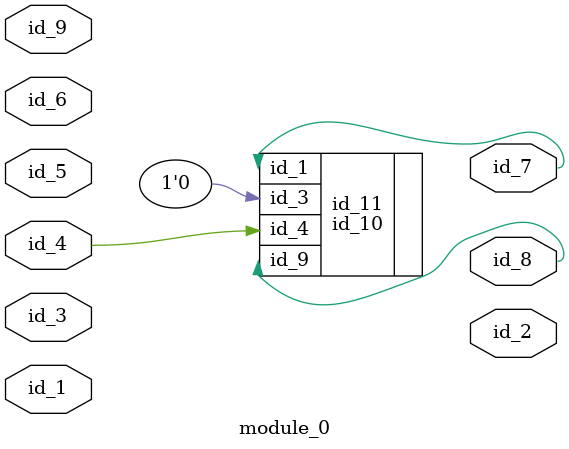
<source format=v>
`timescale 1ps / 1ps
module module_0 (
    id_1,
    id_2,
    id_3,
    id_4,
    id_5,
    id_6,
    id_7,
    id_8,
    id_9
);
  input id_9;
  output id_8;
  output id_7;
  input id_6;
  input id_5;
  input id_4;
  input id_3;
  output id_2;
  input id_1;
  id_10 id_11 (
      .id_9(id_8),
      .id_3(1'b0),
      .id_1(id_7),
      .id_4(id_4)
  );
endmodule

</source>
